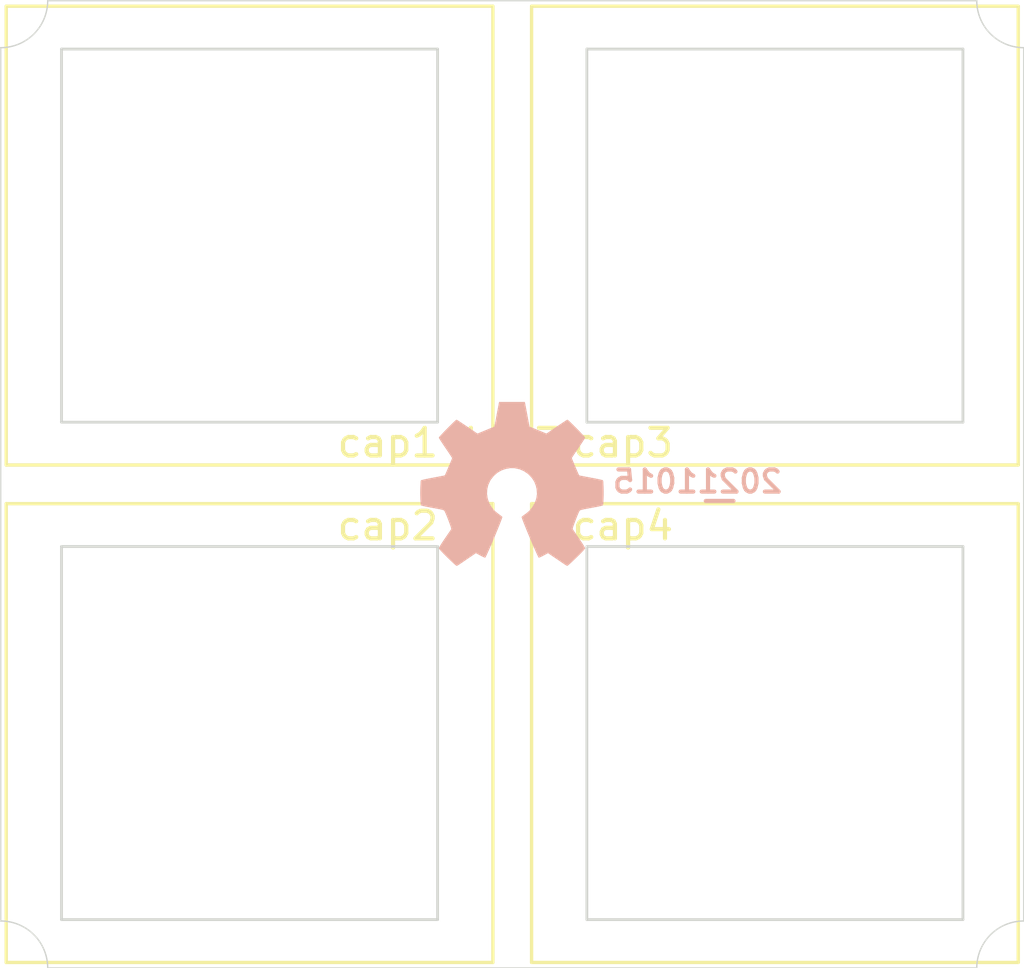
<source format=kicad_pcb>
(kicad_pcb (version 20171130) (host pcbnew 5.1.10-88a1d61d58~90~ubuntu21.04.1)

  (general
    (thickness 1.6)
    (drawings 8)
    (tracks 0)
    (zones 0)
    (modules 6)
    (nets 1)
  )

  (page A4)
  (layers
    (0 F.Cu signal)
    (31 B.Cu signal)
    (32 B.Adhes user)
    (33 F.Adhes user)
    (34 B.Paste user)
    (35 F.Paste user)
    (36 B.SilkS user)
    (37 F.SilkS user)
    (38 B.Mask user)
    (39 F.Mask user)
    (40 Dwgs.User user)
    (41 Cmts.User user)
    (42 Eco1.User user)
    (43 Eco2.User user)
    (44 Edge.Cuts user)
    (45 Margin user)
    (46 B.CrtYd user)
    (47 F.CrtYd user)
    (48 B.Fab user)
    (49 F.Fab user)
  )

  (setup
    (last_trace_width 0.2)
    (user_trace_width 0.2)
    (user_trace_width 0.3)
    (user_trace_width 0.4)
    (user_trace_width 0.6)
    (user_trace_width 0.8)
    (user_trace_width 1)
    (user_trace_width 1.2)
    (user_trace_width 1.4)
    (user_trace_width 1.6)
    (user_trace_width 2)
    (trace_clearance 0.2)
    (zone_clearance 0.508)
    (zone_45_only no)
    (trace_min 0.1)
    (via_size 0.6)
    (via_drill 0.3)
    (via_min_size 0.5)
    (via_min_drill 0.3)
    (user_via 0.6 0.3)
    (user_via 0.7 0.4)
    (user_via 0.8 0.5)
    (user_via 0.9 0.6)
    (user_via 1.1 0.8)
    (user_via 1.4 1)
    (user_via 1.6 1.2)
    (user_via 1.8 1.4)
    (user_via 2 1.6)
    (user_via 2.5 2)
    (uvia_size 0.3)
    (uvia_drill 0.1)
    (uvias_allowed no)
    (uvia_min_size 0.2)
    (uvia_min_drill 0.1)
    (edge_width 0.05)
    (segment_width 0.2)
    (pcb_text_width 0.3)
    (pcb_text_size 1.5 1.5)
    (mod_edge_width 0.12)
    (mod_text_size 0.8 0.8)
    (mod_text_width 0.12)
    (pad_size 1.524 1.524)
    (pad_drill 0.762)
    (pad_to_mask_clearance 0)
    (pad_to_paste_clearance_ratio -0.1)
    (aux_axis_origin 0 0)
    (visible_elements FFFFFF7F)
    (pcbplotparams
      (layerselection 0x010fc_ffffffff)
      (usegerberextensions false)
      (usegerberattributes true)
      (usegerberadvancedattributes true)
      (creategerberjobfile true)
      (excludeedgelayer true)
      (linewidth 0.100000)
      (plotframeref false)
      (viasonmask false)
      (mode 1)
      (useauxorigin false)
      (hpglpennumber 1)
      (hpglpenspeed 20)
      (hpglpendiameter 15.000000)
      (psnegative false)
      (psa4output false)
      (plotreference true)
      (plotvalue true)
      (plotinvisibletext false)
      (padsonsilk false)
      (subtractmaskfromsilk false)
      (outputformat 1)
      (mirror false)
      (drillshape 1)
      (scaleselection 1)
      (outputdirectory ""))
  )

  (net 0 "")

  (net_class Default "This is the default net class."
    (clearance 0.2)
    (trace_width 0.2)
    (via_dia 0.6)
    (via_drill 0.3)
    (uvia_dia 0.3)
    (uvia_drill 0.1)
  )

  (module SquantorSwitches:KAILH_choc_plate_1 (layer F.Cu) (tedit 616DD971) (tstamp 6169FDBE)
    (at 169 80)
    (descr "Kailh Choc switch front plate cut out 1 wide")
    (tags "kailh choc plate cutout")
    (path /6169B40D)
    (fp_text reference cap4 (at -5.5 -7.5) (layer F.SilkS)
      (effects (font (size 1 1) (thickness 0.15)))
    )
    (fp_text value 4 (at -8 -7.5) (layer F.SilkS)
      (effects (font (size 1 1) (thickness 0.15)))
    )
    (fp_line (start 6.8 6.75) (end -6.8 6.75) (layer Edge.Cuts) (width 0.1))
    (fp_line (start 6.8 -6.75) (end 6.8 6.75) (layer Edge.Cuts) (width 0.1))
    (fp_line (start -6.8 -6.75) (end 6.8 -6.75) (layer Edge.Cuts) (width 0.1))
    (fp_line (start -6.8 6.75) (end -6.8 -6.75) (layer Edge.Cuts) (width 0.1))
    (fp_line (start -8.8 8.3) (end -8.8 -8.3) (layer F.SilkS) (width 0.12))
    (fp_line (start -8.8 -8.3) (end 8.8 -8.3) (layer F.SilkS) (width 0.12))
    (fp_line (start 8.8 -8.3) (end 8.8 8.3) (layer F.SilkS) (width 0.12))
    (fp_line (start 8.8 8.3) (end -8.8 8.3) (layer F.SilkS) (width 0.12))
  )

  (module SquantorSwitches:KAILH_choc_plate_1 (layer F.Cu) (tedit 616DD971) (tstamp 6169FEFD)
    (at 169 62)
    (descr "Kailh Choc switch front plate cut out 1 wide")
    (tags "kailh choc plate cutout")
    (path /6169ADA5)
    (fp_text reference cap3 (at -5.5 7.5) (layer F.SilkS)
      (effects (font (size 1 1) (thickness 0.15)))
    )
    (fp_text value 3 (at -8.2 7.5) (layer F.SilkS)
      (effects (font (size 1 1) (thickness 0.15)))
    )
    (fp_line (start 6.8 6.75) (end -6.8 6.75) (layer Edge.Cuts) (width 0.1))
    (fp_line (start 6.8 -6.75) (end 6.8 6.75) (layer Edge.Cuts) (width 0.1))
    (fp_line (start -6.8 -6.75) (end 6.8 -6.75) (layer Edge.Cuts) (width 0.1))
    (fp_line (start -6.8 6.75) (end -6.8 -6.75) (layer Edge.Cuts) (width 0.1))
    (fp_line (start -8.8 8.3) (end -8.8 -8.3) (layer F.SilkS) (width 0.12))
    (fp_line (start -8.8 -8.3) (end 8.8 -8.3) (layer F.SilkS) (width 0.12))
    (fp_line (start 8.8 -8.3) (end 8.8 8.3) (layer F.SilkS) (width 0.12))
    (fp_line (start 8.8 8.3) (end -8.8 8.3) (layer F.SilkS) (width 0.12))
  )

  (module SquantorSwitches:KAILH_choc_plate_1 (layer F.Cu) (tedit 616DD971) (tstamp 6169FF65)
    (at 150 80)
    (descr "Kailh Choc switch front plate cut out 1 wide")
    (tags "kailh choc plate cutout")
    (path /6169B3CF)
    (fp_text reference cap2 (at 5 -7.5) (layer F.SilkS)
      (effects (font (size 1 1) (thickness 0.15)))
    )
    (fp_text value 2 (at 8 -7.5) (layer F.SilkS)
      (effects (font (size 1 1) (thickness 0.15)))
    )
    (fp_line (start 6.8 6.75) (end -6.8 6.75) (layer Edge.Cuts) (width 0.1))
    (fp_line (start 6.8 -6.75) (end 6.8 6.75) (layer Edge.Cuts) (width 0.1))
    (fp_line (start -6.8 -6.75) (end 6.8 -6.75) (layer Edge.Cuts) (width 0.1))
    (fp_line (start -6.8 6.75) (end -6.8 -6.75) (layer Edge.Cuts) (width 0.1))
    (fp_line (start -8.8 8.3) (end -8.8 -8.3) (layer F.SilkS) (width 0.12))
    (fp_line (start -8.8 -8.3) (end 8.8 -8.3) (layer F.SilkS) (width 0.12))
    (fp_line (start 8.8 -8.3) (end 8.8 8.3) (layer F.SilkS) (width 0.12))
    (fp_line (start 8.8 8.3) (end -8.8 8.3) (layer F.SilkS) (width 0.12))
  )

  (module SquantorSwitches:KAILH_choc_plate_1 (layer F.Cu) (tedit 616DD971) (tstamp 6169FD9A)
    (at 150 62)
    (descr "Kailh Choc switch front plate cut out 1 wide")
    (tags "kailh choc plate cutout")
    (path /61698FC9)
    (fp_text reference cap1 (at 5 7.5) (layer F.SilkS)
      (effects (font (size 1 1) (thickness 0.15)))
    )
    (fp_text value 1 (at 8 7.5) (layer F.SilkS)
      (effects (font (size 1 1) (thickness 0.15)))
    )
    (fp_line (start 6.8 6.75) (end -6.8 6.75) (layer Edge.Cuts) (width 0.1))
    (fp_line (start 6.8 -6.75) (end 6.8 6.75) (layer Edge.Cuts) (width 0.1))
    (fp_line (start -6.8 -6.75) (end 6.8 -6.75) (layer Edge.Cuts) (width 0.1))
    (fp_line (start -6.8 6.75) (end -6.8 -6.75) (layer Edge.Cuts) (width 0.1))
    (fp_line (start -8.8 8.3) (end -8.8 -8.3) (layer F.SilkS) (width 0.12))
    (fp_line (start -8.8 -8.3) (end 8.8 -8.3) (layer F.SilkS) (width 0.12))
    (fp_line (start 8.8 -8.3) (end 8.8 8.3) (layer F.SilkS) (width 0.12))
    (fp_line (start 8.8 8.3) (end -8.8 8.3) (layer F.SilkS) (width 0.12))
  )

  (module Symbol:OSHW-Symbol_6.7x6mm_SilkScreen (layer B.Cu) (tedit 0) (tstamp 6169FF52)
    (at 159.5 71 180)
    (descr "Open Source Hardware Symbol")
    (tags "Logo Symbol OSHW")
    (path /5EE13678)
    (attr virtual)
    (fp_text reference N2 (at 0 0) (layer B.SilkS) hide
      (effects (font (size 1 1) (thickness 0.15)) (justify mirror))
    )
    (fp_text value OHWLOGO (at 0.75 0) (layer B.Fab) hide
      (effects (font (size 1 1) (thickness 0.15)) (justify mirror))
    )
    (fp_poly (pts (xy 0.555814 2.531069) (xy 0.639635 2.086445) (xy 0.94892 1.958947) (xy 1.258206 1.831449)
      (xy 1.629246 2.083754) (xy 1.733157 2.154004) (xy 1.827087 2.216728) (xy 1.906652 2.269062)
      (xy 1.96747 2.308143) (xy 2.005157 2.331107) (xy 2.015421 2.336058) (xy 2.03391 2.323324)
      (xy 2.07342 2.288118) (xy 2.129522 2.234938) (xy 2.197787 2.168282) (xy 2.273786 2.092646)
      (xy 2.353092 2.012528) (xy 2.431275 1.932426) (xy 2.503907 1.856836) (xy 2.566559 1.790255)
      (xy 2.614803 1.737182) (xy 2.64421 1.702113) (xy 2.651241 1.690377) (xy 2.641123 1.66874)
      (xy 2.612759 1.621338) (xy 2.569129 1.552807) (xy 2.513218 1.467785) (xy 2.448006 1.370907)
      (xy 2.410219 1.31565) (xy 2.341343 1.214752) (xy 2.28014 1.123701) (xy 2.229578 1.04703)
      (xy 2.192628 0.989272) (xy 2.172258 0.954957) (xy 2.169197 0.947746) (xy 2.176136 0.927252)
      (xy 2.195051 0.879487) (xy 2.223087 0.811168) (xy 2.257391 0.729011) (xy 2.295109 0.63973)
      (xy 2.333387 0.550042) (xy 2.36937 0.466662) (xy 2.400206 0.396306) (xy 2.423039 0.34569)
      (xy 2.435017 0.321529) (xy 2.435724 0.320578) (xy 2.454531 0.315964) (xy 2.504618 0.305672)
      (xy 2.580793 0.290713) (xy 2.677865 0.272099) (xy 2.790643 0.250841) (xy 2.856442 0.238582)
      (xy 2.97695 0.215638) (xy 3.085797 0.193805) (xy 3.177476 0.174278) (xy 3.246481 0.158252)
      (xy 3.287304 0.146921) (xy 3.295511 0.143326) (xy 3.303548 0.118994) (xy 3.310033 0.064041)
      (xy 3.31497 -0.015108) (xy 3.318364 -0.112026) (xy 3.320218 -0.220287) (xy 3.320538 -0.333465)
      (xy 3.319327 -0.445135) (xy 3.31659 -0.548868) (xy 3.312331 -0.638241) (xy 3.306555 -0.706826)
      (xy 3.299267 -0.748197) (xy 3.294895 -0.75681) (xy 3.268764 -0.767133) (xy 3.213393 -0.781892)
      (xy 3.136107 -0.799352) (xy 3.04423 -0.81778) (xy 3.012158 -0.823741) (xy 2.857524 -0.852066)
      (xy 2.735375 -0.874876) (xy 2.641673 -0.89308) (xy 2.572384 -0.907583) (xy 2.523471 -0.919292)
      (xy 2.490897 -0.929115) (xy 2.470628 -0.937956) (xy 2.458626 -0.946724) (xy 2.456947 -0.948457)
      (xy 2.440184 -0.976371) (xy 2.414614 -1.030695) (xy 2.382788 -1.104777) (xy 2.34726 -1.191965)
      (xy 2.310583 -1.285608) (xy 2.275311 -1.379052) (xy 2.243996 -1.465647) (xy 2.219193 -1.53874)
      (xy 2.203454 -1.591678) (xy 2.199332 -1.617811) (xy 2.199676 -1.618726) (xy 2.213641 -1.640086)
      (xy 2.245322 -1.687084) (xy 2.291391 -1.754827) (xy 2.348518 -1.838423) (xy 2.413373 -1.932982)
      (xy 2.431843 -1.959854) (xy 2.497699 -2.057275) (xy 2.55565 -2.146163) (xy 2.602538 -2.221412)
      (xy 2.635207 -2.27792) (xy 2.6505 -2.310581) (xy 2.651241 -2.314593) (xy 2.638392 -2.335684)
      (xy 2.602888 -2.377464) (xy 2.549293 -2.435445) (xy 2.482171 -2.505135) (xy 2.406087 -2.582045)
      (xy 2.325604 -2.661683) (xy 2.245287 -2.739561) (xy 2.169699 -2.811186) (xy 2.103405 -2.87207)
      (xy 2.050969 -2.917721) (xy 2.016955 -2.94365) (xy 2.007545 -2.947883) (xy 1.985643 -2.937912)
      (xy 1.9408 -2.91102) (xy 1.880321 -2.871736) (xy 1.833789 -2.840117) (xy 1.749475 -2.782098)
      (xy 1.649626 -2.713784) (xy 1.549473 -2.645579) (xy 1.495627 -2.609075) (xy 1.313371 -2.4858)
      (xy 1.160381 -2.56852) (xy 1.090682 -2.604759) (xy 1.031414 -2.632926) (xy 0.991311 -2.648991)
      (xy 0.981103 -2.651226) (xy 0.968829 -2.634722) (xy 0.944613 -2.588082) (xy 0.910263 -2.515609)
      (xy 0.867588 -2.421606) (xy 0.818394 -2.310374) (xy 0.76449 -2.186215) (xy 0.707684 -2.053432)
      (xy 0.649782 -1.916327) (xy 0.592593 -1.779202) (xy 0.537924 -1.646358) (xy 0.487584 -1.522098)
      (xy 0.44338 -1.410725) (xy 0.407119 -1.316539) (xy 0.380609 -1.243844) (xy 0.365658 -1.196941)
      (xy 0.363254 -1.180833) (xy 0.382311 -1.160286) (xy 0.424036 -1.126933) (xy 0.479706 -1.087702)
      (xy 0.484378 -1.084599) (xy 0.628264 -0.969423) (xy 0.744283 -0.835053) (xy 0.83143 -0.685784)
      (xy 0.888699 -0.525913) (xy 0.915086 -0.359737) (xy 0.909585 -0.191552) (xy 0.87119 -0.025655)
      (xy 0.798895 0.133658) (xy 0.777626 0.168513) (xy 0.666996 0.309263) (xy 0.536302 0.422286)
      (xy 0.390064 0.506997) (xy 0.232808 0.562806) (xy 0.069057 0.589126) (xy -0.096667 0.58537)
      (xy -0.259838 0.55095) (xy -0.415935 0.485277) (xy -0.560433 0.387765) (xy -0.605131 0.348187)
      (xy -0.718888 0.224297) (xy -0.801782 0.093876) (xy -0.858644 -0.052315) (xy -0.890313 -0.197088)
      (xy -0.898131 -0.35986) (xy -0.872062 -0.52344) (xy -0.814755 -0.682298) (xy -0.728856 -0.830906)
      (xy -0.617014 -0.963735) (xy -0.481877 -1.075256) (xy -0.464117 -1.087011) (xy -0.40785 -1.125508)
      (xy -0.365077 -1.158863) (xy -0.344628 -1.18016) (xy -0.344331 -1.180833) (xy -0.348721 -1.203871)
      (xy -0.366124 -1.256157) (xy -0.394732 -1.33339) (xy -0.432735 -1.431268) (xy -0.478326 -1.545491)
      (xy -0.529697 -1.671758) (xy -0.585038 -1.805767) (xy -0.642542 -1.943218) (xy -0.700399 -2.079808)
      (xy -0.756802 -2.211237) (xy -0.809942 -2.333205) (xy -0.85801 -2.441409) (xy -0.899199 -2.531549)
      (xy -0.931699 -2.599323) (xy -0.953703 -2.64043) (xy -0.962564 -2.651226) (xy -0.98964 -2.642819)
      (xy -1.040303 -2.620272) (xy -1.105817 -2.587613) (xy -1.141841 -2.56852) (xy -1.294832 -2.4858)
      (xy -1.477088 -2.609075) (xy -1.570125 -2.672228) (xy -1.671985 -2.741727) (xy -1.767438 -2.807165)
      (xy -1.81525 -2.840117) (xy -1.882495 -2.885273) (xy -1.939436 -2.921057) (xy -1.978646 -2.942938)
      (xy -1.991381 -2.947563) (xy -2.009917 -2.935085) (xy -2.050941 -2.900252) (xy -2.110475 -2.846678)
      (xy -2.184542 -2.777983) (xy -2.269165 -2.697781) (xy -2.322685 -2.646286) (xy -2.416319 -2.554286)
      (xy -2.497241 -2.471999) (xy -2.562177 -2.402945) (xy -2.607858 -2.350644) (xy -2.631011 -2.318616)
      (xy -2.633232 -2.312116) (xy -2.622924 -2.287394) (xy -2.594439 -2.237405) (xy -2.550937 -2.167212)
      (xy -2.495577 -2.081875) (xy -2.43152 -1.986456) (xy -2.413303 -1.959854) (xy -2.346927 -1.863167)
      (xy -2.287378 -1.776117) (xy -2.237984 -1.703595) (xy -2.202075 -1.650493) (xy -2.182981 -1.621703)
      (xy -2.181136 -1.618726) (xy -2.183895 -1.595782) (xy -2.198538 -1.545336) (xy -2.222513 -1.474041)
      (xy -2.253266 -1.388547) (xy -2.288244 -1.295507) (xy -2.324893 -1.201574) (xy -2.360661 -1.113399)
      (xy -2.392994 -1.037634) (xy -2.419338 -0.980931) (xy -2.437142 -0.949943) (xy -2.438407 -0.948457)
      (xy -2.449294 -0.939601) (xy -2.467682 -0.930843) (xy -2.497606 -0.921277) (xy -2.543103 -0.909996)
      (xy -2.608209 -0.896093) (xy -2.696961 -0.878663) (xy -2.813393 -0.856798) (xy -2.961542 -0.829591)
      (xy -2.993618 -0.823741) (xy -3.088686 -0.805374) (xy -3.171565 -0.787405) (xy -3.23493 -0.771569)
      (xy -3.271458 -0.7596) (xy -3.276356 -0.75681) (xy -3.284427 -0.732072) (xy -3.290987 -0.67679)
      (xy -3.296033 -0.597389) (xy -3.299559 -0.500296) (xy -3.301561 -0.391938) (xy -3.302036 -0.27874)
      (xy -3.300977 -0.167128) (xy -3.298382 -0.063529) (xy -3.294246 0.025632) (xy -3.288563 0.093928)
      (xy -3.281331 0.134934) (xy -3.276971 0.143326) (xy -3.252698 0.151792) (xy -3.197426 0.165565)
      (xy -3.116662 0.18345) (xy -3.015912 0.204252) (xy -2.900683 0.226777) (xy -2.837902 0.238582)
      (xy -2.718787 0.260849) (xy -2.612565 0.281021) (xy -2.524427 0.298085) (xy -2.459566 0.311031)
      (xy -2.423174 0.318845) (xy -2.417184 0.320578) (xy -2.407061 0.34011) (xy -2.385662 0.387157)
      (xy -2.355839 0.454997) (xy -2.320445 0.536909) (xy -2.282332 0.626172) (xy -2.244353 0.716065)
      (xy -2.20936 0.799865) (xy -2.180206 0.870853) (xy -2.159743 0.922306) (xy -2.150823 0.947503)
      (xy -2.150657 0.948604) (xy -2.160769 0.968481) (xy -2.189117 1.014223) (xy -2.232723 1.081283)
      (xy -2.288606 1.165116) (xy -2.353787 1.261174) (xy -2.391679 1.31635) (xy -2.460725 1.417519)
      (xy -2.52205 1.50937) (xy -2.572663 1.587256) (xy -2.609571 1.646531) (xy -2.629782 1.682549)
      (xy -2.632701 1.690623) (xy -2.620153 1.709416) (xy -2.585463 1.749543) (xy -2.533063 1.806507)
      (xy -2.467384 1.875815) (xy -2.392856 1.952969) (xy -2.313913 2.033475) (xy -2.234983 2.112837)
      (xy -2.1605 2.18656) (xy -2.094894 2.250148) (xy -2.042596 2.299106) (xy -2.008039 2.328939)
      (xy -1.996478 2.336058) (xy -1.977654 2.326047) (xy -1.932631 2.297922) (xy -1.865787 2.254546)
      (xy -1.781499 2.198782) (xy -1.684144 2.133494) (xy -1.610707 2.083754) (xy -1.239667 1.831449)
      (xy -0.621095 2.086445) (xy -0.537275 2.531069) (xy -0.453454 2.975693) (xy 0.471994 2.975693)
      (xy 0.555814 2.531069)) (layer B.SilkS) (width 0.01))
  )

  (module SquantorLabels:Label_Generic (layer B.Cu) (tedit 5D8A7D4C) (tstamp 6169FF46)
    (at 167 71 180)
    (descr "Label for general purpose use")
    (tags Label)
    (path /5EE12BF3)
    (attr smd)
    (fp_text reference N1 (at 0 -1.85) (layer B.Fab) hide
      (effects (font (size 1 1) (thickness 0.15)) (justify mirror))
    )
    (fp_text value 20211015 (at 0.8 0.1) (layer B.SilkS)
      (effects (font (size 0.8 0.8) (thickness 0.15)) (justify mirror))
    )
    (fp_line (start -0.5 -0.6) (end 0.5 -0.6) (layer B.SilkS) (width 0.15))
  )

  (gr_arc (start 141 53.5) (end 141 55.2) (angle -90) (layer Edge.Cuts) (width 0.05))
  (gr_arc (start 141 88.5) (end 142.7 88.5) (angle -90) (layer Edge.Cuts) (width 0.05))
  (gr_arc (start 178 88.5) (end 178 86.8) (angle -90) (layer Edge.Cuts) (width 0.05))
  (gr_arc (start 178 53.5) (end 176.3 53.5) (angle -90) (layer Edge.Cuts) (width 0.05))
  (gr_line (start 176.3 53.5) (end 142.7 53.5) (layer Edge.Cuts) (width 0.05) (tstamp 616A00D7))
  (gr_line (start 178 86.8) (end 178 55.2) (layer Edge.Cuts) (width 0.05) (tstamp 616A00D6))
  (gr_line (start 142.7 88.5) (end 176.3 88.5) (layer Edge.Cuts) (width 0.05) (tstamp 616A00D5))
  (gr_line (start 141 55.2) (end 141 86.8) (layer Edge.Cuts) (width 0.05) (tstamp 616A00D4))

)

</source>
